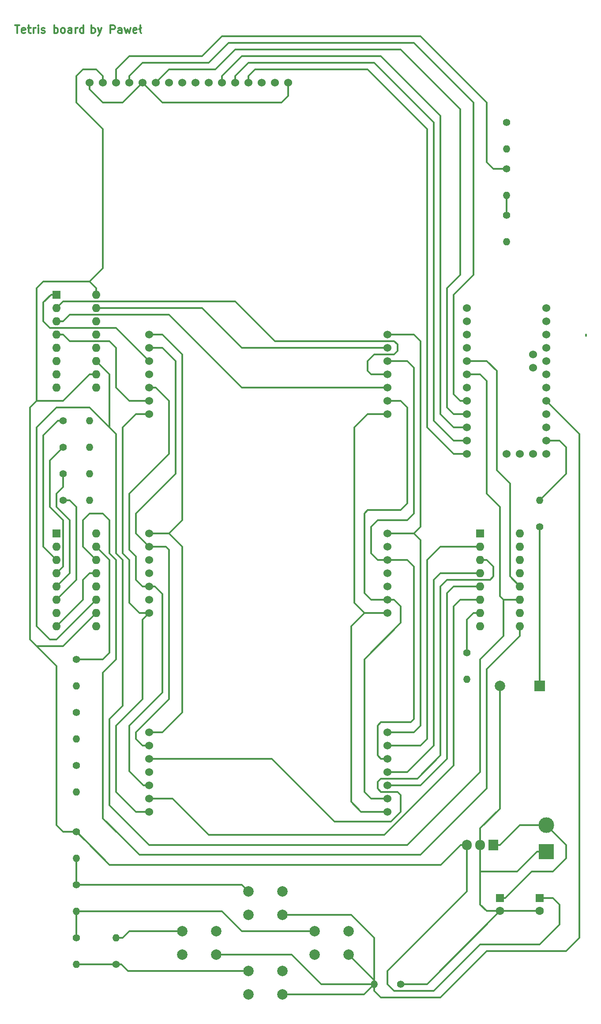
<source format=gtl>
G04 #@! TF.GenerationSoftware,KiCad,Pcbnew,5.1.5-52549c5~84~ubuntu19.10.1*
G04 #@! TF.CreationDate,2020-03-18T22:44:12+01:00*
G04 #@! TF.ProjectId,tetris-board,74657472-6973-42d6-926f-6172642e6b69,rev?*
G04 #@! TF.SameCoordinates,Original*
G04 #@! TF.FileFunction,Copper,L1,Top*
G04 #@! TF.FilePolarity,Positive*
%FSLAX46Y46*%
G04 Gerber Fmt 4.6, Leading zero omitted, Abs format (unit mm)*
G04 Created by KiCad (PCBNEW 5.1.5-52549c5~84~ubuntu19.10.1) date 2020-03-18 22:44:12*
%MOMM*%
%LPD*%
G04 APERTURE LIST*
%ADD10C,0.300000*%
%ADD11C,1.524000*%
%ADD12O,1.600000X1.600000*%
%ADD13R,1.600000X1.600000*%
%ADD14C,3.000000*%
%ADD15R,3.000000X3.000000*%
%ADD16O,1.905000X2.000000*%
%ADD17R,1.905000X2.000000*%
%ADD18C,1.600000*%
%ADD19C,2.000000*%
%ADD20O,1.400000X1.400000*%
%ADD21C,1.400000*%
%ADD22R,2.000000X2.000000*%
G04 APERTURE END LIST*
D10*
X52435714Y-50208571D02*
X52435714Y-48708571D01*
X52435714Y-49280000D02*
X52578571Y-49208571D01*
X52864285Y-49208571D01*
X53007142Y-49280000D01*
X53078571Y-49351428D01*
X53150000Y-49494285D01*
X53150000Y-49922857D01*
X53078571Y-50065714D01*
X53007142Y-50137142D01*
X52864285Y-50208571D01*
X52578571Y-50208571D01*
X52435714Y-50137142D01*
X53650000Y-49208571D02*
X54007142Y-50208571D01*
X54364285Y-49208571D02*
X54007142Y-50208571D01*
X53864285Y-50565714D01*
X53792857Y-50637142D01*
X53650000Y-50708571D01*
X56078571Y-50208571D02*
X56078571Y-48708571D01*
X56650000Y-48708571D01*
X56792857Y-48780000D01*
X56864285Y-48851428D01*
X56935714Y-48994285D01*
X56935714Y-49208571D01*
X56864285Y-49351428D01*
X56792857Y-49422857D01*
X56650000Y-49494285D01*
X56078571Y-49494285D01*
X58221428Y-50208571D02*
X58221428Y-49422857D01*
X58150000Y-49280000D01*
X58007142Y-49208571D01*
X57721428Y-49208571D01*
X57578571Y-49280000D01*
X58221428Y-50137142D02*
X58078571Y-50208571D01*
X57721428Y-50208571D01*
X57578571Y-50137142D01*
X57507142Y-49994285D01*
X57507142Y-49851428D01*
X57578571Y-49708571D01*
X57721428Y-49637142D01*
X58078571Y-49637142D01*
X58221428Y-49565714D01*
X58792857Y-49208571D02*
X59078571Y-50208571D01*
X59364285Y-49494285D01*
X59650000Y-50208571D01*
X59935714Y-49208571D01*
X61078571Y-50137142D02*
X60935714Y-50208571D01*
X60650000Y-50208571D01*
X60507142Y-50137142D01*
X60435714Y-49994285D01*
X60435714Y-49422857D01*
X60507142Y-49280000D01*
X60650000Y-49208571D01*
X60935714Y-49208571D01*
X61078571Y-49280000D01*
X61150000Y-49422857D01*
X61150000Y-49565714D01*
X60435714Y-49708571D01*
X62007142Y-50208571D02*
X61864285Y-50137142D01*
X61792857Y-49994285D01*
X61792857Y-48708571D01*
X61578571Y-49494285D02*
X62007142Y-49208571D01*
X37771428Y-48708571D02*
X38628571Y-48708571D01*
X38200000Y-50208571D02*
X38200000Y-48708571D01*
X39700000Y-50137142D02*
X39557142Y-50208571D01*
X39271428Y-50208571D01*
X39128571Y-50137142D01*
X39057142Y-49994285D01*
X39057142Y-49422857D01*
X39128571Y-49280000D01*
X39271428Y-49208571D01*
X39557142Y-49208571D01*
X39700000Y-49280000D01*
X39771428Y-49422857D01*
X39771428Y-49565714D01*
X39057142Y-49708571D01*
X40200000Y-49208571D02*
X40771428Y-49208571D01*
X40414285Y-48708571D02*
X40414285Y-49994285D01*
X40485714Y-50137142D01*
X40628571Y-50208571D01*
X40771428Y-50208571D01*
X41271428Y-50208571D02*
X41271428Y-49208571D01*
X41271428Y-49494285D02*
X41342857Y-49351428D01*
X41414285Y-49280000D01*
X41557142Y-49208571D01*
X41700000Y-49208571D01*
X42200000Y-50208571D02*
X42200000Y-49208571D01*
X42200000Y-48708571D02*
X42128571Y-48780000D01*
X42200000Y-48851428D01*
X42271428Y-48780000D01*
X42200000Y-48708571D01*
X42200000Y-48851428D01*
X42842857Y-50137142D02*
X42985714Y-50208571D01*
X43271428Y-50208571D01*
X43414285Y-50137142D01*
X43485714Y-49994285D01*
X43485714Y-49922857D01*
X43414285Y-49780000D01*
X43271428Y-49708571D01*
X43057142Y-49708571D01*
X42914285Y-49637142D01*
X42842857Y-49494285D01*
X42842857Y-49422857D01*
X42914285Y-49280000D01*
X43057142Y-49208571D01*
X43271428Y-49208571D01*
X43414285Y-49280000D01*
X45271428Y-50208571D02*
X45271428Y-48708571D01*
X45271428Y-49280000D02*
X45414285Y-49208571D01*
X45700000Y-49208571D01*
X45842857Y-49280000D01*
X45914285Y-49351428D01*
X45985714Y-49494285D01*
X45985714Y-49922857D01*
X45914285Y-50065714D01*
X45842857Y-50137142D01*
X45700000Y-50208571D01*
X45414285Y-50208571D01*
X45271428Y-50137142D01*
X46842857Y-50208571D02*
X46700000Y-50137142D01*
X46628571Y-50065714D01*
X46557142Y-49922857D01*
X46557142Y-49494285D01*
X46628571Y-49351428D01*
X46700000Y-49280000D01*
X46842857Y-49208571D01*
X47057142Y-49208571D01*
X47200000Y-49280000D01*
X47271428Y-49351428D01*
X47342857Y-49494285D01*
X47342857Y-49922857D01*
X47271428Y-50065714D01*
X47200000Y-50137142D01*
X47057142Y-50208571D01*
X46842857Y-50208571D01*
X48628571Y-50208571D02*
X48628571Y-49422857D01*
X48557142Y-49280000D01*
X48414285Y-49208571D01*
X48128571Y-49208571D01*
X47985714Y-49280000D01*
X48628571Y-50137142D02*
X48485714Y-50208571D01*
X48128571Y-50208571D01*
X47985714Y-50137142D01*
X47914285Y-49994285D01*
X47914285Y-49851428D01*
X47985714Y-49708571D01*
X48128571Y-49637142D01*
X48485714Y-49637142D01*
X48628571Y-49565714D01*
X49342857Y-50208571D02*
X49342857Y-49208571D01*
X49342857Y-49494285D02*
X49414285Y-49351428D01*
X49485714Y-49280000D01*
X49628571Y-49208571D01*
X49771428Y-49208571D01*
X50914285Y-50208571D02*
X50914285Y-48708571D01*
X50914285Y-50137142D02*
X50771428Y-50208571D01*
X50485714Y-50208571D01*
X50342857Y-50137142D01*
X50271428Y-50065714D01*
X50200000Y-49922857D01*
X50200000Y-49494285D01*
X50271428Y-49351428D01*
X50342857Y-49280000D01*
X50485714Y-49208571D01*
X50771428Y-49208571D01*
X50914285Y-49280000D01*
D11*
X109220000Y-161290000D03*
X109220000Y-158750000D03*
X109220000Y-156210000D03*
X109220000Y-153670000D03*
X109220000Y-151130000D03*
X109220000Y-148590000D03*
X109220000Y-146050000D03*
X63500000Y-161290000D03*
X63500000Y-158750000D03*
X63500000Y-156210000D03*
X63500000Y-153670000D03*
X63500000Y-151130000D03*
X63500000Y-148590000D03*
X63500000Y-146050000D03*
X137160000Y-111760000D03*
X137160000Y-114300000D03*
X124460000Y-102870000D03*
X124460000Y-105410000D03*
X124460000Y-107950000D03*
X124460000Y-110490000D03*
X124460000Y-113030000D03*
X124460000Y-115570000D03*
X124460000Y-118110000D03*
X124460000Y-120650000D03*
X124460000Y-123190000D03*
X124460000Y-125730000D03*
X124460000Y-128270000D03*
X124460000Y-130810000D03*
X132080000Y-130810000D03*
X134620000Y-130810000D03*
X137160000Y-130810000D03*
X139700000Y-102870000D03*
X139700000Y-105410000D03*
X139700000Y-107950000D03*
X139700000Y-110490000D03*
X139700000Y-113030000D03*
X139700000Y-115570000D03*
X139700000Y-118110000D03*
X139700000Y-120650000D03*
X139700000Y-123190000D03*
X139700000Y-125730000D03*
X139700000Y-128270000D03*
X139700000Y-130810000D03*
X90170000Y-59690000D03*
X87630000Y-59690000D03*
X85090000Y-59690000D03*
X82550000Y-59690000D03*
X80010000Y-59690000D03*
X77470000Y-59690000D03*
X74930000Y-59690000D03*
X72390000Y-59690000D03*
X69850000Y-59690000D03*
X67310000Y-59690000D03*
X64770000Y-59690000D03*
X62230000Y-59690000D03*
X59690000Y-59690000D03*
X57150000Y-59690000D03*
X54610000Y-59690000D03*
X52070000Y-59690000D03*
X109220000Y-199390000D03*
X109220000Y-196850000D03*
X109220000Y-194310000D03*
X109220000Y-191770000D03*
X109220000Y-189230000D03*
X109220000Y-186690000D03*
X109220000Y-184150000D03*
X63500000Y-199390000D03*
X63500000Y-196850000D03*
X63500000Y-194310000D03*
X63500000Y-191770000D03*
X63500000Y-189230000D03*
X63500000Y-186690000D03*
X63500000Y-184150000D03*
D12*
X53340000Y-100330000D03*
X45720000Y-118110000D03*
X53340000Y-102870000D03*
X45720000Y-115570000D03*
X53340000Y-105410000D03*
X45720000Y-113030000D03*
X53340000Y-107950000D03*
X45720000Y-110490000D03*
X53340000Y-110490000D03*
X45720000Y-107950000D03*
X53340000Y-113030000D03*
X45720000Y-105410000D03*
X53340000Y-115570000D03*
X45720000Y-102870000D03*
X53340000Y-118110000D03*
D13*
X45720000Y-100330000D03*
D11*
X109220000Y-123190000D03*
X109220000Y-120650000D03*
X109220000Y-118110000D03*
X109220000Y-115570000D03*
X109220000Y-113030000D03*
X109220000Y-110490000D03*
X109220000Y-107950000D03*
X63500000Y-123190000D03*
X63500000Y-120650000D03*
X63500000Y-118110000D03*
X63500000Y-115570000D03*
X63500000Y-113030000D03*
X63500000Y-110490000D03*
X63500000Y-107950000D03*
D12*
X53340000Y-146050000D03*
X45720000Y-163830000D03*
X53340000Y-148590000D03*
X45720000Y-161290000D03*
X53340000Y-151130000D03*
X45720000Y-158750000D03*
X53340000Y-153670000D03*
X45720000Y-156210000D03*
X53340000Y-156210000D03*
X45720000Y-153670000D03*
X53340000Y-158750000D03*
X45720000Y-151130000D03*
X53340000Y-161290000D03*
X45720000Y-148590000D03*
X53340000Y-163830000D03*
D13*
X45720000Y-146050000D03*
D14*
X139700000Y-201930000D03*
D15*
X139700000Y-207010000D03*
D16*
X124460000Y-205740000D03*
X127000000Y-205740000D03*
D17*
X129540000Y-205740000D03*
D18*
X138430000Y-218400000D03*
D13*
X138430000Y-215900000D03*
D18*
X130810000Y-218400000D03*
D13*
X130810000Y-215900000D03*
D19*
X101750000Y-222250000D03*
X101750000Y-226750000D03*
X95250000Y-222250000D03*
X95250000Y-226750000D03*
X89050000Y-229870000D03*
X89050000Y-234370000D03*
X82550000Y-229870000D03*
X82550000Y-234370000D03*
X89050000Y-214630000D03*
X89050000Y-219130000D03*
X82550000Y-214630000D03*
X82550000Y-219130000D03*
X76350000Y-222250000D03*
X76350000Y-226750000D03*
X69850000Y-222250000D03*
X69850000Y-226750000D03*
D20*
X138430000Y-139700000D03*
D21*
X138430000Y-144780000D03*
D20*
X132080000Y-72390000D03*
D21*
X132080000Y-67310000D03*
D20*
X132080000Y-81280000D03*
D21*
X132080000Y-76200000D03*
D20*
X132080000Y-90170000D03*
D21*
X132080000Y-85090000D03*
D20*
X106680000Y-232410000D03*
D21*
X111760000Y-232410000D03*
D20*
X57150000Y-223520000D03*
D21*
X57150000Y-228600000D03*
D20*
X49530000Y-228600000D03*
D21*
X49530000Y-223520000D03*
D20*
X49530000Y-218440000D03*
D21*
X49530000Y-213360000D03*
D20*
X49530000Y-208280000D03*
D21*
X49530000Y-203200000D03*
D19*
X130830000Y-175260000D03*
D22*
X138430000Y-175260000D03*
D20*
X52070000Y-139700000D03*
D21*
X46990000Y-139700000D03*
D20*
X52070000Y-134620000D03*
D21*
X46990000Y-134620000D03*
D20*
X52070000Y-129540000D03*
D21*
X46990000Y-129540000D03*
D20*
X52070000Y-124460000D03*
D21*
X46990000Y-124460000D03*
D20*
X49530000Y-175260000D03*
D21*
X49530000Y-170180000D03*
D20*
X124460000Y-173990000D03*
D21*
X124460000Y-168910000D03*
D20*
X49530000Y-195580000D03*
D21*
X49530000Y-190500000D03*
D20*
X49530000Y-185420000D03*
D21*
X49530000Y-180340000D03*
D12*
X134620000Y-146050000D03*
X127000000Y-163830000D03*
X134620000Y-148590000D03*
X127000000Y-161290000D03*
X134620000Y-151130000D03*
X127000000Y-158750000D03*
X134620000Y-153670000D03*
X127000000Y-156210000D03*
X134620000Y-156210000D03*
X127000000Y-153670000D03*
X134620000Y-158750000D03*
X127000000Y-151130000D03*
X134620000Y-161290000D03*
X127000000Y-148590000D03*
X134620000Y-163830000D03*
D13*
X127000000Y-146050000D03*
D10*
X147320000Y-107950000D02*
X147320000Y-108194999D01*
X45720000Y-105410000D02*
X46990000Y-105410000D01*
X46990000Y-105410000D02*
X48260000Y-104140000D01*
X48260000Y-104140000D02*
X64770000Y-104140000D01*
X64770000Y-104140000D02*
X67310000Y-104140000D01*
X67310000Y-104140000D02*
X81280000Y-118110000D01*
X109220000Y-118110000D02*
X81280000Y-118110000D01*
X46990000Y-101600000D02*
X45720000Y-102870000D01*
X105410000Y-113030000D02*
X106680000Y-111760000D01*
X106045000Y-115570000D02*
X105410000Y-114935000D01*
X111125000Y-111125000D02*
X111125000Y-109855000D01*
X105410000Y-114935000D02*
X105410000Y-113030000D01*
X106680000Y-111760000D02*
X110490000Y-111760000D01*
X110490000Y-109220000D02*
X87630000Y-109220000D01*
X109220000Y-115570000D02*
X106045000Y-115570000D01*
X87630000Y-109220000D02*
X80010000Y-101600000D01*
X110490000Y-111760000D02*
X111125000Y-111125000D01*
X111125000Y-109855000D02*
X110490000Y-109220000D01*
X80010000Y-101600000D02*
X46990000Y-101600000D01*
X73660000Y-102870000D02*
X81280000Y-110490000D01*
X64770000Y-102870000D02*
X73660000Y-102870000D01*
X109220000Y-110490000D02*
X81280000Y-110490000D01*
X64770000Y-102870000D02*
X53340000Y-102870000D01*
X46990000Y-107950000D02*
X48260000Y-109220000D01*
X59690000Y-120650000D02*
X63500000Y-120650000D01*
X57150000Y-110490000D02*
X57150000Y-118110000D01*
X57150000Y-118110000D02*
X59690000Y-120650000D01*
X45720000Y-107950000D02*
X46990000Y-107950000D01*
X48260000Y-109220000D02*
X55880000Y-109220000D01*
X55880000Y-109220000D02*
X57150000Y-110490000D01*
X57150000Y-106680000D02*
X63500000Y-113030000D01*
X44670000Y-100330000D02*
X43180000Y-101820000D01*
X43180000Y-101820000D02*
X43180000Y-105410000D01*
X43180000Y-105410000D02*
X44450000Y-106680000D01*
X45720000Y-100330000D02*
X44670000Y-100330000D01*
X44450000Y-106680000D02*
X57150000Y-106680000D01*
X115570000Y-194310000D02*
X109220000Y-194310000D01*
X120650000Y-189230000D02*
X115570000Y-194310000D01*
X120650000Y-157480000D02*
X120650000Y-189230000D01*
X124460000Y-156210000D02*
X121920000Y-156210000D01*
X121920000Y-156210000D02*
X120650000Y-157480000D01*
X124460000Y-156210000D02*
X127000000Y-156210000D01*
X118110000Y-186690000D02*
X113030000Y-191770000D01*
X124460000Y-153670000D02*
X119380000Y-153670000D01*
X113030000Y-191770000D02*
X109220000Y-191770000D01*
X118110000Y-154940000D02*
X118110000Y-186690000D01*
X119380000Y-153670000D02*
X118110000Y-154940000D01*
X124460000Y-153670000D02*
X127000000Y-153670000D01*
X119380000Y-148590000D02*
X124460000Y-148590000D01*
X116840000Y-151130000D02*
X119380000Y-148590000D01*
X116840000Y-185420000D02*
X116840000Y-151130000D01*
X124460000Y-148590000D02*
X127000000Y-148590000D01*
X116840000Y-185420000D02*
X115570000Y-186690000D01*
X115570000Y-186690000D02*
X109220000Y-186690000D01*
X123190000Y-158750000D02*
X121920000Y-160020000D01*
X127000000Y-158750000D02*
X123190000Y-158750000D01*
X121920000Y-160020000D02*
X121920000Y-190500000D01*
X121920000Y-190500000D02*
X110490000Y-201930000D01*
X74930000Y-203835000D02*
X67945000Y-196850000D01*
X108585000Y-203835000D02*
X74930000Y-203835000D01*
X67945000Y-196850000D02*
X63500000Y-196850000D01*
X110490000Y-201930000D02*
X108585000Y-203835000D01*
X119380000Y-156210000D02*
X119380000Y-187960000D01*
X86995000Y-189230000D02*
X63500000Y-189230000D01*
X128270000Y-151130000D02*
X129540000Y-152400000D01*
X120650000Y-154940000D02*
X119380000Y-156210000D01*
X129540000Y-154305000D02*
X128905000Y-154940000D01*
X127000000Y-151130000D02*
X128270000Y-151130000D01*
X128905000Y-154940000D02*
X120650000Y-154940000D01*
X129540000Y-152400000D02*
X129540000Y-154305000D01*
X99060000Y-201295000D02*
X86995000Y-189230000D01*
X107950000Y-193040000D02*
X107315000Y-193675000D01*
X111760000Y-199390000D02*
X109855000Y-201295000D01*
X109855000Y-201295000D02*
X99060000Y-201295000D01*
X119380000Y-188595000D02*
X114935000Y-193040000D01*
X119380000Y-187960000D02*
X119380000Y-188595000D01*
X107315000Y-193675000D02*
X107315000Y-194945000D01*
X114935000Y-193040000D02*
X107950000Y-193040000D01*
X107315000Y-194945000D02*
X107950000Y-195580000D01*
X107950000Y-195580000D02*
X111125000Y-195580000D01*
X111125000Y-195580000D02*
X111760000Y-196215000D01*
X111760000Y-196215000D02*
X111760000Y-199390000D01*
X50800000Y-143510000D02*
X50800000Y-148590000D01*
X52070000Y-142240000D02*
X50800000Y-143510000D01*
X50800000Y-148590000D02*
X53340000Y-151130000D01*
X54610000Y-200660000D02*
X54610000Y-172720000D01*
X57785000Y-203835000D02*
X54610000Y-200660000D01*
X57785000Y-203835000D02*
X61595000Y-207645000D01*
X127000000Y-196215000D02*
X115570000Y-207645000D01*
X115570000Y-207645000D02*
X61595000Y-207645000D01*
X134620000Y-165735000D02*
X134620000Y-163830000D01*
X128270000Y-172085000D02*
X134620000Y-165735000D01*
X127000000Y-196215000D02*
X128270000Y-194945000D01*
X128270000Y-194945000D02*
X128270000Y-172085000D01*
X54610000Y-142240000D02*
X52070000Y-142240000D01*
X57150000Y-170180000D02*
X54610000Y-172720000D01*
X55880000Y-149860000D02*
X57150000Y-151130000D01*
X57150000Y-151130000D02*
X57150000Y-170180000D01*
X55880000Y-143510000D02*
X55880000Y-149860000D01*
X54610000Y-142240000D02*
X55880000Y-143510000D01*
X60960000Y-154940000D02*
X62230000Y-156210000D01*
X60960000Y-150495000D02*
X60960000Y-154940000D01*
X63500000Y-118110000D02*
X64770000Y-118110000D01*
X59690000Y-149225000D02*
X60960000Y-150495000D01*
X64770000Y-118110000D02*
X67310000Y-120650000D01*
X62230000Y-156210000D02*
X63500000Y-156210000D01*
X67310000Y-120650000D02*
X67310000Y-130810000D01*
X67310000Y-130810000D02*
X59690000Y-138430000D01*
X59690000Y-138430000D02*
X59690000Y-149225000D01*
X64577630Y-156210000D02*
X66040000Y-157672370D01*
X63500000Y-156210000D02*
X64577630Y-156210000D01*
X62422370Y-194310000D02*
X59690000Y-191577630D01*
X63500000Y-194310000D02*
X62422370Y-194310000D01*
X59690000Y-191577630D02*
X59690000Y-182880000D01*
X59690000Y-182880000D02*
X66040000Y-176530000D01*
X66040000Y-157672370D02*
X66040000Y-176530000D01*
X67310000Y-146050000D02*
X63500000Y-146050000D01*
X67310000Y-146050000D02*
X69850000Y-148590000D01*
X69850000Y-143510000D02*
X67310000Y-146050000D01*
X69850000Y-180340000D02*
X66040000Y-184150000D01*
X66040000Y-184150000D02*
X63500000Y-184150000D01*
X69850000Y-148590000D02*
X69850000Y-180340000D01*
X69850000Y-111760000D02*
X69850000Y-143510000D01*
X66040000Y-107950000D02*
X69850000Y-111760000D01*
X63500000Y-107950000D02*
X66040000Y-107950000D01*
X66040000Y-110490000D02*
X68580000Y-113030000D01*
X63500000Y-110490000D02*
X66040000Y-110490000D01*
X63500000Y-148590000D02*
X62230000Y-147320000D01*
X63500000Y-148590000D02*
X60960000Y-146050000D01*
X60960000Y-146050000D02*
X60960000Y-142240000D01*
X60960000Y-142240000D02*
X64770000Y-138430000D01*
X64770000Y-138430000D02*
X68580000Y-134620000D01*
X68580000Y-113030000D02*
X68580000Y-134620000D01*
X63500000Y-148590000D02*
X66675000Y-148590000D01*
X67310000Y-149225000D02*
X67310000Y-177800000D01*
X66675000Y-148590000D02*
X67310000Y-149225000D01*
X67310000Y-177800000D02*
X60960000Y-184150000D01*
X60960000Y-184150000D02*
X60960000Y-185420000D01*
X62230000Y-186690000D02*
X63500000Y-186690000D01*
X60960000Y-185420000D02*
X62230000Y-186690000D01*
X127000000Y-161290000D02*
X125730000Y-161290000D01*
X124460000Y-162560000D02*
X124460000Y-168910000D01*
X125730000Y-161290000D02*
X124460000Y-162560000D01*
X60960000Y-199390000D02*
X63500000Y-199390000D01*
X63500000Y-161290000D02*
X62230000Y-162560000D01*
X57150000Y-182880000D02*
X57150000Y-195580000D01*
X57150000Y-195580000D02*
X60960000Y-199390000D01*
X62230000Y-177800000D02*
X57150000Y-182880000D01*
X62230000Y-162560000D02*
X62230000Y-177800000D01*
X59690000Y-159385000D02*
X61595000Y-161290000D01*
X60960000Y-123190000D02*
X58420000Y-125730000D01*
X58420000Y-125730000D02*
X58420000Y-149860000D01*
X63500000Y-123190000D02*
X60960000Y-123190000D01*
X58420000Y-149860000D02*
X59690000Y-151130000D01*
X61595000Y-161290000D02*
X63500000Y-161290000D01*
X59690000Y-151130000D02*
X59690000Y-159385000D01*
X54610000Y-170180000D02*
X49530000Y-170180000D01*
X55880000Y-168910000D02*
X54610000Y-170180000D01*
X55880000Y-151130000D02*
X55880000Y-154940000D01*
X53340000Y-148590000D02*
X55880000Y-151130000D01*
X55880000Y-153670000D02*
X55880000Y-154940000D01*
X55880000Y-154940000D02*
X55880000Y-168910000D01*
X109220000Y-113030000D02*
X113030000Y-113030000D01*
X113030000Y-113030000D02*
X114300000Y-114300000D01*
X114300000Y-152400000D02*
X114300000Y-181610000D01*
X114300000Y-142240000D02*
X113030000Y-143510000D01*
X114300000Y-114300000D02*
X114300000Y-142240000D01*
X113030000Y-143510000D02*
X107315000Y-143510000D01*
X107315000Y-143510000D02*
X106045000Y-144780000D01*
X106045000Y-144780000D02*
X106045000Y-149860000D01*
X107315000Y-151130000D02*
X109220000Y-151130000D01*
X106045000Y-149860000D02*
X107315000Y-151130000D01*
X109220000Y-151130000D02*
X113030000Y-151130000D01*
X113030000Y-151130000D02*
X114300000Y-152400000D01*
X107950000Y-189230000D02*
X109220000Y-189230000D01*
X113665000Y-182245000D02*
X107950000Y-182245000D01*
X107315000Y-188595000D02*
X107950000Y-189230000D01*
X114300000Y-181610000D02*
X113665000Y-182245000D01*
X107950000Y-182245000D02*
X107315000Y-182880000D01*
X107315000Y-182880000D02*
X107315000Y-188595000D01*
X43180000Y-148590000D02*
X45720000Y-151130000D01*
X43180000Y-138430000D02*
X43180000Y-148590000D01*
X43180000Y-130810000D02*
X43180000Y-138430000D01*
X46000051Y-124460000D02*
X43180000Y-127280051D01*
X46990000Y-124460000D02*
X46000051Y-124460000D01*
X43180000Y-127280051D02*
X43180000Y-130810000D01*
X104140000Y-199390000D02*
X109220000Y-199390000D01*
X104775000Y-161290000D02*
X109220000Y-161290000D01*
X102870000Y-159385000D02*
X104775000Y-161290000D01*
X102870000Y-125730000D02*
X102870000Y-159385000D01*
X104140000Y-124460000D02*
X102870000Y-125730000D01*
X105410000Y-123190000D02*
X104140000Y-124460000D01*
X109220000Y-123190000D02*
X105410000Y-123190000D01*
X102235000Y-163830000D02*
X102235000Y-197485000D01*
X104775000Y-161290000D02*
X102235000Y-163830000D01*
X102235000Y-197485000D02*
X104140000Y-199390000D01*
X44450000Y-138430000D02*
X44450000Y-140970000D01*
X46990000Y-143510000D02*
X46990000Y-152400000D01*
X46990000Y-152400000D02*
X45720000Y-153670000D01*
X44450000Y-140970000D02*
X46990000Y-143510000D01*
X46990000Y-129540000D02*
X44450000Y-132080000D01*
X44450000Y-132080000D02*
X44450000Y-138430000D01*
X114300000Y-146050000D02*
X109220000Y-146050000D01*
X115570000Y-144780000D02*
X114300000Y-146050000D01*
X115570000Y-109220000D02*
X115570000Y-144780000D01*
X109220000Y-107950000D02*
X114300000Y-107950000D01*
X114300000Y-107950000D02*
X115570000Y-109220000D01*
X114300000Y-146050000D02*
X115570000Y-147320000D01*
X115570000Y-147320000D02*
X115570000Y-182880000D01*
X115570000Y-182880000D02*
X114300000Y-184150000D01*
X114300000Y-184150000D02*
X109220000Y-184150000D01*
X46990000Y-137160000D02*
X45720000Y-138430000D01*
X46990000Y-134620000D02*
X46990000Y-137160000D01*
X45720000Y-138430000D02*
X45720000Y-140970000D01*
X48260000Y-143510000D02*
X48260000Y-153670000D01*
X48260000Y-153670000D02*
X45720000Y-156210000D01*
X45720000Y-140970000D02*
X48260000Y-143510000D01*
X111760000Y-120650000D02*
X113030000Y-121920000D01*
X109220000Y-120650000D02*
X111760000Y-120650000D01*
X113030000Y-121920000D02*
X113030000Y-140335000D01*
X111760000Y-141605000D02*
X105410000Y-141605000D01*
X113030000Y-140335000D02*
X111760000Y-141605000D01*
X105410000Y-141605000D02*
X104775000Y-142240000D01*
X106045000Y-158750000D02*
X109220000Y-158750000D01*
X104775000Y-142240000D02*
X104775000Y-157480000D01*
X104775000Y-157480000D02*
X106045000Y-158750000D01*
X110490000Y-158750000D02*
X109220000Y-158750000D01*
X111760000Y-160020000D02*
X110490000Y-158750000D01*
X109220000Y-196850000D02*
X106045000Y-196850000D01*
X106045000Y-196850000D02*
X104775000Y-195580000D01*
X104775000Y-170180000D02*
X111760000Y-163195000D01*
X104775000Y-195580000D02*
X104775000Y-170180000D01*
X111760000Y-163195000D02*
X111760000Y-160020000D01*
X46990000Y-139700000D02*
X48260000Y-139700000D01*
X48260000Y-156210000D02*
X45720000Y-158750000D01*
X49530000Y-154940000D02*
X48260000Y-156210000D01*
X49530000Y-140970000D02*
X49530000Y-154940000D01*
X48260000Y-139700000D02*
X49530000Y-140970000D01*
X138430000Y-144780000D02*
X138430000Y-175260000D01*
X49530000Y-208280000D02*
X49530000Y-213360000D01*
X81280000Y-213360000D02*
X82550000Y-214630000D01*
X49530000Y-213360000D02*
X81280000Y-213360000D01*
X49530000Y-218440000D02*
X49530000Y-223520000D01*
X49530000Y-218440000D02*
X77470000Y-218440000D01*
X81280000Y-222250000D02*
X87630000Y-222250000D01*
X77470000Y-218440000D02*
X81280000Y-222250000D01*
X87630000Y-222250000D02*
X95250000Y-222250000D01*
X49530000Y-228600000D02*
X57150000Y-228600000D01*
X58139949Y-228600000D02*
X59409949Y-229870000D01*
X57150000Y-228600000D02*
X58139949Y-228600000D01*
X59409949Y-229870000D02*
X64135000Y-229870000D01*
X64135000Y-229870000D02*
X82550000Y-229870000D01*
X57150000Y-223520000D02*
X58420000Y-223520000D01*
X59690000Y-222250000D02*
X69850000Y-222250000D01*
X58420000Y-223520000D02*
X59690000Y-222250000D01*
X132080000Y-81280000D02*
X132080000Y-85090000D01*
X45720000Y-201930000D02*
X46990000Y-203200000D01*
X138430000Y-215900000D02*
X140970000Y-215900000D01*
X142240000Y-220980000D02*
X138430000Y-224790000D01*
X136110000Y-224790000D02*
X134620000Y-224790000D01*
X142240000Y-217170000D02*
X142240000Y-220980000D01*
X41910000Y-167640000D02*
X45720000Y-171450000D01*
X45720000Y-171450000D02*
X45720000Y-201930000D01*
X46990000Y-203200000D02*
X49530000Y-203200000D01*
X54610000Y-95250000D02*
X52070000Y-97790000D01*
X124460000Y-214630000D02*
X124460000Y-205740000D01*
X46990000Y-167640000D02*
X41910000Y-167640000D01*
X53340000Y-161290000D02*
X46990000Y-167640000D01*
X140970000Y-215900000D02*
X142240000Y-217170000D01*
X134620000Y-224790000D02*
X127000000Y-224790000D01*
X138430000Y-224790000D02*
X134620000Y-224790000D01*
X127000000Y-224790000D02*
X118110000Y-233680000D01*
X52070000Y-97790000D02*
X43180000Y-97790000D01*
X109220000Y-231387002D02*
X109220000Y-229870000D01*
X109220000Y-229870000D02*
X124460000Y-214630000D01*
X53340000Y-99060000D02*
X52070000Y-97790000D01*
X53340000Y-100330000D02*
X53340000Y-99060000D01*
X43180000Y-97790000D02*
X41910000Y-99060000D01*
X109220000Y-231387002D02*
X109220000Y-232410000D01*
X109220000Y-232410000D02*
X110490000Y-233680000D01*
X110490000Y-233680000D02*
X111760000Y-233680000D01*
X118110000Y-233680000D02*
X111760000Y-233680000D01*
X55880000Y-209550000D02*
X51435000Y-205105000D01*
X123257500Y-205740000D02*
X119447500Y-209550000D01*
X51435000Y-205105000D02*
X49530000Y-203200000D01*
X119447500Y-209550000D02*
X55880000Y-209550000D01*
X124460000Y-205740000D02*
X123257500Y-205740000D01*
X54610000Y-59690000D02*
X54610000Y-58420000D01*
X54610000Y-58420000D02*
X53340000Y-57150000D01*
X53340000Y-57150000D02*
X50800000Y-57150000D01*
X50800000Y-57150000D02*
X49530000Y-58420000D01*
X49530000Y-63500000D02*
X54610000Y-68580000D01*
X49530000Y-58420000D02*
X49530000Y-63500000D01*
X54610000Y-68580000D02*
X54610000Y-95250000D01*
X41910000Y-120650000D02*
X46990000Y-120650000D01*
X41910000Y-99060000D02*
X41910000Y-120650000D01*
X46990000Y-120650000D02*
X52070000Y-115570000D01*
X52070000Y-115570000D02*
X53340000Y-115570000D01*
X40640000Y-166370000D02*
X41910000Y-167640000D01*
X40640000Y-121920000D02*
X40640000Y-166370000D01*
X41910000Y-120650000D02*
X40640000Y-121920000D01*
X89050000Y-219130000D02*
X102290000Y-219130000D01*
X106680000Y-223520000D02*
X106680000Y-232410000D01*
X102290000Y-219130000D02*
X106680000Y-223520000D01*
X106680000Y-231680000D02*
X106680000Y-232410000D01*
X101750000Y-226750000D02*
X106680000Y-231680000D01*
X76350000Y-226750000D02*
X90860000Y-226750000D01*
X96520000Y-232410000D02*
X106680000Y-232410000D01*
X90860000Y-226750000D02*
X96520000Y-232410000D01*
X104720000Y-234370000D02*
X106680000Y-232410000D01*
X89050000Y-234370000D02*
X104720000Y-234370000D01*
X139700000Y-120650000D02*
X146050000Y-127000000D01*
X146050000Y-127000000D02*
X146050000Y-223520000D01*
X143510000Y-226060000D02*
X128270000Y-226060000D01*
X128270000Y-226060000D02*
X119380000Y-234950000D01*
X146050000Y-223520000D02*
X143510000Y-226060000D01*
X106680000Y-232410000D02*
X106680000Y-233680000D01*
X107950000Y-234950000D02*
X112395000Y-234950000D01*
X106680000Y-233680000D02*
X107950000Y-234950000D01*
X119380000Y-234950000D02*
X112395000Y-234950000D01*
X139129999Y-139000001D02*
X138430000Y-139700000D01*
X139700000Y-128270000D02*
X142240000Y-128270000D01*
X143510000Y-129540000D02*
X143510000Y-134620000D01*
X143510000Y-134620000D02*
X139129999Y-139000001D01*
X142240000Y-128270000D02*
X143510000Y-129540000D01*
X124460000Y-113030000D02*
X128270000Y-113030000D01*
X128270000Y-113030000D02*
X130175000Y-114935000D01*
X134620000Y-156210000D02*
X132715000Y-154305000D01*
X132715000Y-154305000D02*
X132715000Y-136525000D01*
X132715000Y-136525000D02*
X130175000Y-133985000D01*
X130175000Y-114935000D02*
X130175000Y-133985000D01*
X53340000Y-158750000D02*
X45720000Y-166370000D01*
X45720000Y-166370000D02*
X44450000Y-166370000D01*
X44450000Y-166370000D02*
X43180000Y-165100000D01*
X43180000Y-165100000D02*
X41910000Y-163830000D01*
X41910000Y-163830000D02*
X41910000Y-125730000D01*
X41910000Y-125730000D02*
X44450000Y-123190000D01*
X53340000Y-113030000D02*
X54610000Y-114300000D01*
X55880000Y-198120000D02*
X55880000Y-181610000D01*
X60960000Y-203200000D02*
X55880000Y-198120000D01*
X63500000Y-205740000D02*
X109220000Y-205740000D01*
X60960000Y-203200000D02*
X63500000Y-205740000D01*
X127000000Y-170180000D02*
X127000000Y-191770000D01*
X113030000Y-205740000D02*
X111760000Y-205740000D01*
X127000000Y-191770000D02*
X113030000Y-205740000D01*
X111760000Y-205740000D02*
X109220000Y-205740000D01*
X131445000Y-158750000D02*
X131445000Y-165735000D01*
X129540000Y-167640000D02*
X128270000Y-168910000D01*
X131445000Y-165735000D02*
X128270000Y-168910000D01*
X128270000Y-168910000D02*
X127000000Y-170180000D01*
X131445000Y-158750000D02*
X134620000Y-158750000D01*
X130810000Y-158115000D02*
X131445000Y-158750000D01*
X128270000Y-138430000D02*
X130810000Y-140970000D01*
X124460000Y-115570000D02*
X127000000Y-115570000D01*
X127000000Y-115570000D02*
X128270000Y-116840000D01*
X128270000Y-116840000D02*
X128270000Y-138430000D01*
X130810000Y-140970000D02*
X130810000Y-158115000D01*
X53340000Y-113030000D02*
X55880000Y-115570000D01*
X55880000Y-115570000D02*
X55880000Y-125730000D01*
X55880000Y-125730000D02*
X54610000Y-124460000D01*
X44450000Y-123190000D02*
X45720000Y-121920000D01*
X45720000Y-121920000D02*
X52070000Y-121920000D01*
X52070000Y-121920000D02*
X54610000Y-124460000D01*
X55880000Y-181610000D02*
X57150000Y-180340000D01*
X57150000Y-127000000D02*
X55880000Y-125730000D01*
X57150000Y-147320000D02*
X57150000Y-146050000D01*
X57150000Y-146050000D02*
X57150000Y-127000000D01*
X58420000Y-151130000D02*
X58420000Y-179070000D01*
X57150000Y-149860000D02*
X58420000Y-151130000D01*
X58420000Y-179070000D02*
X57150000Y-180340000D01*
X57150000Y-146050000D02*
X57150000Y-149860000D01*
X138430000Y-218400000D02*
X130810000Y-218400000D01*
X116800000Y-232410000D02*
X130810000Y-218400000D01*
X111760000Y-232410000D02*
X116800000Y-232410000D01*
X130810000Y-218400000D02*
X128230000Y-218400000D01*
X128230000Y-218400000D02*
X127000000Y-217170000D01*
X134140000Y-210820000D02*
X127000000Y-210820000D01*
X137950000Y-207010000D02*
X134140000Y-210820000D01*
X139700000Y-207010000D02*
X137950000Y-207010000D01*
X127000000Y-217170000D02*
X127000000Y-210820000D01*
X127000000Y-210820000D02*
X127000000Y-205740000D01*
X90170000Y-59690000D02*
X90170000Y-62230000D01*
X90170000Y-62230000D02*
X88900000Y-63500000D01*
X130830000Y-198775000D02*
X130790000Y-198775000D01*
X130830000Y-175260000D02*
X130830000Y-198775000D01*
X127000000Y-202565000D02*
X127000000Y-205740000D01*
X130790000Y-198775000D02*
X127000000Y-202565000D01*
X52070000Y-59690000D02*
X52070000Y-60960000D01*
X52070000Y-60960000D02*
X54610000Y-63500000D01*
X54610000Y-63500000D02*
X58420000Y-63500000D01*
X58420000Y-63500000D02*
X62230000Y-59690000D01*
X62230000Y-59690000D02*
X66040000Y-63500000D01*
X88900000Y-63500000D02*
X66040000Y-63500000D01*
X50800000Y-158750000D02*
X48260000Y-161290000D01*
X50800000Y-154940000D02*
X50800000Y-158750000D01*
X48260000Y-161290000D02*
X45720000Y-163830000D01*
X52070000Y-153670000D02*
X50800000Y-154940000D01*
X53340000Y-153670000D02*
X52070000Y-153670000D01*
X131860000Y-215900000D02*
X136940000Y-210820000D01*
X130810000Y-215900000D02*
X131860000Y-215900000D01*
X136940000Y-210820000D02*
X140970000Y-210820000D01*
X140970000Y-210820000D02*
X143510000Y-208280000D01*
X143510000Y-205740000D02*
X139700000Y-201930000D01*
X143510000Y-208280000D02*
X143510000Y-205740000D01*
X130810000Y-205740000D02*
X129540000Y-205740000D01*
X139700000Y-201930000D02*
X134620000Y-201930000D01*
X134620000Y-201930000D02*
X130810000Y-205740000D01*
X57150000Y-57150000D02*
X58420000Y-55880000D01*
X57150000Y-59690000D02*
X57150000Y-57150000D01*
X58420000Y-55880000D02*
X59690000Y-54610000D01*
X59690000Y-54610000D02*
X73660000Y-54610000D01*
X73660000Y-54610000D02*
X77470000Y-50800000D01*
X77470000Y-50800000D02*
X115570000Y-50800000D01*
X128270000Y-63500000D02*
X128270000Y-74930000D01*
X115570000Y-50800000D02*
X128270000Y-63500000D01*
X128270000Y-74930000D02*
X129540000Y-76200000D01*
X129540000Y-76200000D02*
X132080000Y-76200000D01*
X59690000Y-59690000D02*
X59690000Y-58420000D01*
X59690000Y-58420000D02*
X60960000Y-57150000D01*
X123190000Y-99060000D02*
X121920000Y-100330000D01*
X121920000Y-100330000D02*
X121920000Y-119380000D01*
X123190000Y-120650000D02*
X124460000Y-120650000D01*
X121920000Y-119380000D02*
X123190000Y-120650000D01*
X60960000Y-57150000D02*
X62230000Y-55880000D01*
X62230000Y-55880000D02*
X74930000Y-55880000D01*
X78740000Y-52070000D02*
X74930000Y-55880000D01*
X125730000Y-96520000D02*
X125095000Y-97155000D01*
X125095000Y-97155000D02*
X123190000Y-99060000D01*
X125730000Y-63500000D02*
X125730000Y-96520000D01*
X114300000Y-52070000D02*
X125730000Y-63500000D01*
X78740000Y-52070000D02*
X114300000Y-52070000D01*
X66040000Y-58420000D02*
X64770000Y-59690000D01*
X111760000Y-53340000D02*
X80010000Y-53340000D01*
X120650000Y-121920000D02*
X121920000Y-123190000D01*
X121920000Y-97790000D02*
X120650000Y-99060000D01*
X121920000Y-123190000D02*
X124460000Y-123190000D01*
X120650000Y-99060000D02*
X120650000Y-121920000D01*
X66040000Y-58420000D02*
X67310000Y-57150000D01*
X67310000Y-57150000D02*
X76200000Y-57150000D01*
X80010000Y-53340000D02*
X76200000Y-57150000D01*
X121920000Y-97790000D02*
X123190000Y-96520000D01*
X123190000Y-64770000D02*
X123190000Y-96520000D01*
X123190000Y-64770000D02*
X111760000Y-53340000D01*
X121920000Y-125730000D02*
X124460000Y-125730000D01*
X119380000Y-123190000D02*
X121920000Y-125730000D01*
X119380000Y-66040000D02*
X119380000Y-123190000D01*
X77470000Y-59690000D02*
X77470000Y-58420000D01*
X77470000Y-58420000D02*
X81280000Y-54610000D01*
X107950000Y-54610000D02*
X118110000Y-64770000D01*
X81280000Y-54610000D02*
X107950000Y-54610000D01*
X116840000Y-63500000D02*
X118110000Y-64770000D01*
X118110000Y-64770000D02*
X119380000Y-66040000D01*
X118110000Y-67310000D02*
X118110000Y-124460000D01*
X121920000Y-128270000D02*
X124460000Y-128270000D01*
X118110000Y-124460000D02*
X121920000Y-128270000D01*
X80010000Y-59690000D02*
X80010000Y-58420000D01*
X80010000Y-58420000D02*
X82550000Y-55880000D01*
X82550000Y-55880000D02*
X106680000Y-55880000D01*
X115570000Y-64770000D02*
X116840000Y-66040000D01*
X106680000Y-55880000D02*
X116840000Y-66040000D01*
X116840000Y-66040000D02*
X118110000Y-67310000D01*
X116840000Y-68580000D02*
X116840000Y-125730000D01*
X121920000Y-130810000D02*
X124460000Y-130810000D01*
X116840000Y-125730000D02*
X121920000Y-130810000D01*
X82550000Y-59690000D02*
X82550000Y-58420000D01*
X82550000Y-58420000D02*
X83820000Y-57150000D01*
X105410000Y-57150000D02*
X115570000Y-67310000D01*
X83820000Y-57150000D02*
X105410000Y-57150000D01*
X114300000Y-66040000D02*
X115570000Y-67310000D01*
X115570000Y-67310000D02*
X116840000Y-68580000D01*
M02*

</source>
